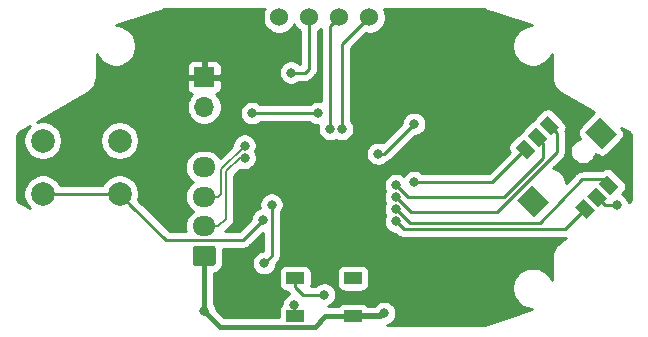
<source format=gbr>
G04 #@! TF.GenerationSoftware,KiCad,Pcbnew,(5.1.5)-3*
G04 #@! TF.CreationDate,2020-07-01T01:16:44-04:00*
G04 #@! TF.ProjectId,V0_Micro_Display,56305f4d-6963-4726-9f5f-446973706c61,rev?*
G04 #@! TF.SameCoordinates,Original*
G04 #@! TF.FileFunction,Copper,L1,Top*
G04 #@! TF.FilePolarity,Positive*
%FSLAX46Y46*%
G04 Gerber Fmt 4.6, Leading zero omitted, Abs format (unit mm)*
G04 Created by KiCad (PCBNEW (5.1.5)-3) date 2020-07-01 01:16:44*
%MOMM*%
%LPD*%
G04 APERTURE LIST*
%ADD10C,1.524000*%
%ADD11O,1.700000X1.700000*%
%ADD12R,1.700000X1.700000*%
%ADD13C,0.100000*%
%ADD14C,2.000000*%
%ADD15O,1.950000X1.700000*%
%ADD16R,1.500000X1.000000*%
%ADD17C,0.800000*%
%ADD18C,0.250000*%
%ADD19C,0.500000*%
%ADD20C,0.400000*%
%ADD21C,0.200000*%
%ADD22C,0.254000*%
G04 APERTURE END LIST*
D10*
X3810000Y12700000D03*
X1270000Y12700000D03*
X-1270000Y12700000D03*
X-3810000Y12700000D03*
D11*
X-10160000Y5080000D03*
D12*
X-10160000Y7620000D03*
G04 #@! TA.AperFunction,SMDPad,CuDef*
D13*
G36*
X18222870Y3659278D02*
G01*
X18929976Y4366384D01*
X19884570Y3411790D01*
X19177464Y2704684D01*
X18222870Y3659278D01*
G37*
G04 #@! TD.AperFunction*
G04 #@! TA.AperFunction,SMDPad,CuDef*
G36*
X16207616Y1644024D02*
G01*
X16914722Y2351130D01*
X17869316Y1396536D01*
X17162210Y689430D01*
X16207616Y1644024D01*
G37*
G04 #@! TD.AperFunction*
G04 #@! TA.AperFunction,SMDPad,CuDef*
G36*
X17215243Y2651651D02*
G01*
X17922349Y3358757D01*
X18876943Y2404163D01*
X18169837Y1697057D01*
X17215243Y2651651D01*
G37*
G04 #@! TD.AperFunction*
G04 #@! TA.AperFunction,SMDPad,CuDef*
G36*
X23932757Y-2651651D02*
G01*
X23225651Y-3358757D01*
X22271057Y-2404163D01*
X22978163Y-1697057D01*
X23932757Y-2651651D01*
G37*
G04 #@! TD.AperFunction*
G04 #@! TA.AperFunction,SMDPad,CuDef*
G36*
X24940384Y-1644024D02*
G01*
X24233278Y-2351130D01*
X23278684Y-1396536D01*
X23985790Y-689430D01*
X24940384Y-1644024D01*
G37*
G04 #@! TD.AperFunction*
G04 #@! TA.AperFunction,SMDPad,CuDef*
G36*
X22925130Y-3659278D02*
G01*
X22218024Y-4366384D01*
X21263430Y-3411790D01*
X21970536Y-2704684D01*
X22925130Y-3659278D01*
G37*
G04 #@! TD.AperFunction*
G04 #@! TA.AperFunction,SMDPad,CuDef*
G36*
X22094279Y2934493D02*
G01*
X23367071Y4207285D01*
X24781285Y2793071D01*
X23508493Y1520279D01*
X22094279Y2934493D01*
G37*
G04 #@! TD.AperFunction*
G04 #@! TA.AperFunction,SMDPad,CuDef*
G36*
X19053721Y-2934493D02*
G01*
X17780929Y-4207285D01*
X16366715Y-2793071D01*
X17639507Y-1520279D01*
X19053721Y-2934493D01*
G37*
G04 #@! TD.AperFunction*
D14*
X-23820000Y-2250000D03*
X-23820000Y2250000D03*
X-17320000Y-2250000D03*
X-17320000Y2250000D03*
D15*
X-10160000Y0D03*
X-10160000Y-2500000D03*
X-10160000Y-5000000D03*
G04 #@! TA.AperFunction,ComponentPad*
D13*
G36*
X-9410496Y-6651204D02*
G01*
X-9386227Y-6654804D01*
X-9362429Y-6660765D01*
X-9339329Y-6669030D01*
X-9317151Y-6679520D01*
X-9296107Y-6692133D01*
X-9276402Y-6706747D01*
X-9258223Y-6723223D01*
X-9241747Y-6741402D01*
X-9227133Y-6761107D01*
X-9214520Y-6782151D01*
X-9204030Y-6804329D01*
X-9195765Y-6827429D01*
X-9189804Y-6851227D01*
X-9186204Y-6875496D01*
X-9185000Y-6900000D01*
X-9185000Y-8100000D01*
X-9186204Y-8124504D01*
X-9189804Y-8148773D01*
X-9195765Y-8172571D01*
X-9204030Y-8195671D01*
X-9214520Y-8217849D01*
X-9227133Y-8238893D01*
X-9241747Y-8258598D01*
X-9258223Y-8276777D01*
X-9276402Y-8293253D01*
X-9296107Y-8307867D01*
X-9317151Y-8320480D01*
X-9339329Y-8330970D01*
X-9362429Y-8339235D01*
X-9386227Y-8345196D01*
X-9410496Y-8348796D01*
X-9435000Y-8350000D01*
X-10885000Y-8350000D01*
X-10909504Y-8348796D01*
X-10933773Y-8345196D01*
X-10957571Y-8339235D01*
X-10980671Y-8330970D01*
X-11002849Y-8320480D01*
X-11023893Y-8307867D01*
X-11043598Y-8293253D01*
X-11061777Y-8276777D01*
X-11078253Y-8258598D01*
X-11092867Y-8238893D01*
X-11105480Y-8217849D01*
X-11115970Y-8195671D01*
X-11124235Y-8172571D01*
X-11130196Y-8148773D01*
X-11133796Y-8124504D01*
X-11135000Y-8100000D01*
X-11135000Y-6900000D01*
X-11133796Y-6875496D01*
X-11130196Y-6851227D01*
X-11124235Y-6827429D01*
X-11115970Y-6804329D01*
X-11105480Y-6782151D01*
X-11092867Y-6761107D01*
X-11078253Y-6741402D01*
X-11061777Y-6723223D01*
X-11043598Y-6706747D01*
X-11023893Y-6692133D01*
X-11002849Y-6679520D01*
X-10980671Y-6669030D01*
X-10957571Y-6660765D01*
X-10933773Y-6654804D01*
X-10909504Y-6651204D01*
X-10885000Y-6650000D01*
X-9435000Y-6650000D01*
X-9410496Y-6651204D01*
G37*
G04 #@! TD.AperFunction*
D16*
X-2450000Y-9400000D03*
X-2450000Y-12600000D03*
X2450000Y-9400000D03*
X2450000Y-12600000D03*
D17*
X24765000Y-3175000D03*
X0Y-10795000D03*
X5080000Y-12362000D03*
X-10160000Y-12192000D03*
X-1380000Y395000D03*
X12380000Y-6690000D03*
X11110000Y-6690000D03*
X9840000Y-6690000D03*
X-5600000Y8000000D03*
X1270000Y0D03*
X5588000Y9264000D03*
X-2540000Y-11684000D03*
X1500000Y3250000D03*
X500000Y3250000D03*
X-2800000Y8000000D03*
X7620000Y3676000D03*
X4572000Y1136000D03*
X-508000Y4572000D03*
X-6096000Y4572000D03*
X-6731000Y1825000D03*
X-6731000Y775000D03*
X-5170000Y-4445000D03*
X6082041Y-4585959D03*
X7620000Y-1270000D03*
X6086694Y-3565306D03*
X6091347Y-2544653D03*
X-4445000Y-3175000D03*
X-5080000Y-8128000D03*
X6096000Y-1524000D03*
D18*
X23101907Y-2527907D02*
X23749000Y-3175000D01*
X23749000Y-3175000D02*
X24765000Y-3175000D01*
X-1805000Y-10795000D02*
X0Y-10795000D01*
X-2450000Y-9400000D02*
X-2450000Y-10150000D01*
X-2450000Y-10150000D02*
X-1805000Y-10795000D01*
D19*
X4842000Y-12600000D02*
X5080000Y-12362000D01*
X2450000Y-12600000D02*
X4842000Y-12600000D01*
D20*
X100000Y-12600000D02*
X2450000Y-12600000D01*
X-800001Y-13500001D02*
X100000Y-12600000D01*
X-8851999Y-13500001D02*
X-800001Y-13500001D01*
X-10160000Y-7500000D02*
X-10160000Y-12192000D01*
X-10160000Y-12192000D02*
X-10160000Y-12192000D01*
X-10160000Y-12192000D02*
X-8851999Y-13500001D01*
D18*
X-2540000Y-12510000D02*
X-2450000Y-12600000D01*
X-2540000Y-11684000D02*
X-2540000Y-12510000D01*
X1500000Y10390000D02*
X3810000Y12700000D01*
X1500000Y3250000D02*
X1500000Y10390000D01*
X500000Y11930000D02*
X1270000Y12700000D01*
X500000Y3250000D02*
X500000Y11930000D01*
X-2800000Y8000000D02*
X-1600000Y8000000D01*
X-1270000Y8330000D02*
X-1270000Y12700000D01*
X-1600000Y8000000D02*
X-1270000Y8330000D01*
X7620000Y3676000D02*
X5080000Y1136000D01*
X5080000Y1136000D02*
X4572000Y1136000D01*
X-508000Y4572000D02*
X-6096000Y4572000D01*
D21*
X-8734000Y-2249000D02*
X-8985000Y-2500000D01*
X-8734000Y-178000D02*
X-8734000Y-2249000D01*
X-8985000Y-2500000D02*
X-10160000Y-2500000D01*
X-6731000Y1825000D02*
X-8734000Y-178000D01*
X-7144603Y775000D02*
X-8284000Y-364397D01*
X-6731000Y775000D02*
X-7144603Y775000D01*
X-8985000Y-5000000D02*
X-10160000Y-5000000D01*
X-8333990Y-459990D02*
X-8333990Y-4348990D01*
X-8284000Y-410000D02*
X-8333990Y-459990D01*
X-8333990Y-4348990D02*
X-8985000Y-5000000D01*
X-8284000Y-364397D02*
X-8284000Y-410000D01*
D18*
X-13394990Y-6175010D02*
X-16320001Y-3249999D01*
X-6900010Y-6175010D02*
X-13394990Y-6175010D01*
X-16320001Y-3249999D02*
X-17320000Y-2250000D01*
X-5170000Y-4445000D02*
X-6900010Y-6175010D01*
X-22405787Y-2250000D02*
X-17320000Y-2250000D01*
X-23820000Y-2250000D02*
X-22405787Y-2250000D01*
X20379814Y-5250000D02*
X22094280Y-3535534D01*
X6082041Y-4585959D02*
X6746082Y-5250000D01*
X6746082Y-5250000D02*
X20379814Y-5250000D01*
X14248186Y-1270000D02*
X17038466Y1520280D01*
X7620000Y-1270000D02*
X14248186Y-1270000D01*
X21815607Y-1042983D02*
X23632237Y-1042983D01*
X18288000Y-4742000D02*
X21815607Y-1042983D01*
X6086694Y-3565306D02*
X7263388Y-4742000D01*
X7263388Y-4742000D02*
X18288000Y-4742000D01*
X19685000Y2904254D02*
X19053720Y3535534D01*
X19685000Y1270000D02*
X19685000Y2904254D01*
X14605000Y-3810000D02*
X19685000Y1270000D01*
X6091347Y-2544653D02*
X7356694Y-3810000D01*
X7356694Y-3810000D02*
X14605000Y-3810000D01*
X-4445000Y-3740685D02*
X-4445000Y-3175000D01*
X-4444999Y-7492999D02*
X-4445000Y-3740685D01*
X-5080000Y-8128000D02*
X-4444999Y-7492999D01*
X18523390Y2050610D02*
X18046093Y2527907D01*
X15238590Y-2540000D02*
X18523390Y744800D01*
X18523390Y744800D02*
X18523390Y2050610D01*
X6096000Y-1524000D02*
X7112000Y-2540000D01*
X7112000Y-2540000D02*
X15238590Y-2540000D01*
D22*
G36*
X-5048005Y13361727D02*
G01*
X-5153314Y13107490D01*
X-5207000Y12837592D01*
X-5207000Y12562408D01*
X-5153314Y12292510D01*
X-5048005Y12038273D01*
X-4895120Y11809465D01*
X-4700535Y11614880D01*
X-4471727Y11461995D01*
X-4217490Y11356686D01*
X-3947592Y11303000D01*
X-3672408Y11303000D01*
X-3402510Y11356686D01*
X-3148273Y11461995D01*
X-2919465Y11614880D01*
X-2724880Y11809465D01*
X-2571995Y12038273D01*
X-2540000Y12115515D01*
X-2508005Y12038273D01*
X-2355120Y11809465D01*
X-2160535Y11614880D01*
X-2029999Y11527659D01*
X-2030000Y8760000D01*
X-2096289Y8760000D01*
X-2140226Y8803937D01*
X-2309744Y8917205D01*
X-2498102Y8995226D01*
X-2698061Y9035000D01*
X-2901939Y9035000D01*
X-3101898Y8995226D01*
X-3290256Y8917205D01*
X-3459774Y8803937D01*
X-3603937Y8659774D01*
X-3717205Y8490256D01*
X-3795226Y8301898D01*
X-3835000Y8101939D01*
X-3835000Y7898061D01*
X-3795226Y7698102D01*
X-3717205Y7509744D01*
X-3603937Y7340226D01*
X-3459774Y7196063D01*
X-3290256Y7082795D01*
X-3101898Y7004774D01*
X-2901939Y6965000D01*
X-2698061Y6965000D01*
X-2498102Y7004774D01*
X-2309744Y7082795D01*
X-2140226Y7196063D01*
X-2096289Y7240000D01*
X-1637322Y7240000D01*
X-1600000Y7236324D01*
X-1562678Y7240000D01*
X-1562667Y7240000D01*
X-1451014Y7250997D01*
X-1307753Y7294454D01*
X-1175724Y7365026D01*
X-1059999Y7459999D01*
X-1036197Y7489002D01*
X-758997Y7766201D01*
X-729999Y7789999D01*
X-635026Y7905724D01*
X-564454Y8037753D01*
X-520997Y8181014D01*
X-510000Y8292667D01*
X-510000Y8292676D01*
X-506324Y8329999D01*
X-510000Y8367322D01*
X-510000Y11527659D01*
X-379465Y11614880D01*
X-259999Y11734346D01*
X-260000Y5577947D01*
X-406061Y5607000D01*
X-609939Y5607000D01*
X-809898Y5567226D01*
X-998256Y5489205D01*
X-1167774Y5375937D01*
X-1211711Y5332000D01*
X-5392289Y5332000D01*
X-5436226Y5375937D01*
X-5605744Y5489205D01*
X-5794102Y5567226D01*
X-5994061Y5607000D01*
X-6197939Y5607000D01*
X-6397898Y5567226D01*
X-6586256Y5489205D01*
X-6755774Y5375937D01*
X-6899937Y5231774D01*
X-7013205Y5062256D01*
X-7091226Y4873898D01*
X-7131000Y4673939D01*
X-7131000Y4470061D01*
X-7091226Y4270102D01*
X-7013205Y4081744D01*
X-6899937Y3912226D01*
X-6755774Y3768063D01*
X-6586256Y3654795D01*
X-6397898Y3576774D01*
X-6197939Y3537000D01*
X-5994061Y3537000D01*
X-5794102Y3576774D01*
X-5605744Y3654795D01*
X-5436226Y3768063D01*
X-5392289Y3812000D01*
X-1211711Y3812000D01*
X-1167774Y3768063D01*
X-998256Y3654795D01*
X-809898Y3576774D01*
X-609939Y3537000D01*
X-498189Y3537000D01*
X-535000Y3351939D01*
X-535000Y3148061D01*
X-495226Y2948102D01*
X-417205Y2759744D01*
X-303937Y2590226D01*
X-159774Y2446063D01*
X9744Y2332795D01*
X198102Y2254774D01*
X398061Y2215000D01*
X601939Y2215000D01*
X801898Y2254774D01*
X990256Y2332795D01*
X1000000Y2339306D01*
X1009744Y2332795D01*
X1198102Y2254774D01*
X1398061Y2215000D01*
X1601939Y2215000D01*
X1801898Y2254774D01*
X1990256Y2332795D01*
X2159774Y2446063D01*
X2303937Y2590226D01*
X2417205Y2759744D01*
X2495226Y2948102D01*
X2535000Y3148061D01*
X2535000Y3351939D01*
X2495226Y3551898D01*
X2417205Y3740256D01*
X2303937Y3909774D01*
X2260000Y3953711D01*
X2260000Y10075199D01*
X3518430Y11333628D01*
X3672408Y11303000D01*
X3947592Y11303000D01*
X4217490Y11356686D01*
X4471727Y11461995D01*
X4700535Y11614880D01*
X4895120Y11809465D01*
X5048005Y12038273D01*
X5153314Y12292510D01*
X5207000Y12562408D01*
X5207000Y12837592D01*
X5153314Y13107490D01*
X5048005Y13361727D01*
X5046486Y13364000D01*
X13468879Y13364000D01*
X13580706Y13353035D01*
X13635531Y13338450D01*
X17621199Y11997544D01*
X17477882Y11997544D01*
X17140260Y11930387D01*
X16822227Y11798654D01*
X16536005Y11607406D01*
X16292594Y11363995D01*
X16101346Y11077773D01*
X15969613Y10759740D01*
X15902456Y10422118D01*
X15902456Y10077882D01*
X15969613Y9740260D01*
X16101346Y9422227D01*
X16292594Y9136005D01*
X16536005Y8892594D01*
X16822227Y8701346D01*
X17140260Y8569613D01*
X17477882Y8502456D01*
X17822118Y8502456D01*
X18159740Y8569613D01*
X18477773Y8701346D01*
X18763995Y8892594D01*
X19007406Y9136005D01*
X19198654Y9422227D01*
X19267572Y9588610D01*
X19267571Y7633084D01*
X19268660Y7622029D01*
X19270394Y7572371D01*
X19275387Y7534950D01*
X19277494Y7497268D01*
X19278914Y7488502D01*
X19311462Y7296069D01*
X19326564Y7240485D01*
X19340910Y7184612D01*
X19344005Y7176289D01*
X19413309Y6993843D01*
X19438938Y6942214D01*
X19463849Y6890222D01*
X19468502Y6882658D01*
X19571925Y6717149D01*
X19607071Y6671512D01*
X19641624Y6625323D01*
X19647657Y6618808D01*
X19781257Y6476538D01*
X19824597Y6438597D01*
X19867468Y6399996D01*
X19874652Y6394777D01*
X20033341Y6281167D01*
X20033349Y6281162D01*
X20058516Y6263128D01*
X22887328Y4629912D01*
X21643094Y3385678D01*
X21563742Y3288987D01*
X21504777Y3178673D01*
X21468467Y3058975D01*
X21456207Y2934493D01*
X21468467Y2810011D01*
X21504777Y2690313D01*
X21563742Y2579999D01*
X21643094Y2483308D01*
X21704120Y2422282D01*
X21596738Y2400922D01*
X21396610Y2318026D01*
X21216498Y2197680D01*
X21063326Y2044508D01*
X20942980Y1864396D01*
X20860084Y1664268D01*
X20817824Y1451812D01*
X20817824Y1235194D01*
X20860084Y1022738D01*
X20942980Y822610D01*
X21063326Y642498D01*
X21216498Y489326D01*
X21396610Y368980D01*
X21596738Y286084D01*
X21809194Y243824D01*
X22025812Y243824D01*
X22238268Y286084D01*
X22438396Y368980D01*
X22618508Y489326D01*
X22771680Y642498D01*
X22892026Y822610D01*
X22974922Y1022738D01*
X22996282Y1130120D01*
X23057308Y1069094D01*
X23153999Y989742D01*
X23264313Y930777D01*
X23384011Y894467D01*
X23508493Y882207D01*
X23632975Y894467D01*
X23752673Y930777D01*
X23862987Y989742D01*
X23959678Y1069094D01*
X25232470Y2341886D01*
X25311822Y2438577D01*
X25370787Y2548891D01*
X25407097Y2668589D01*
X25419357Y2793071D01*
X25407097Y2917553D01*
X25370787Y3037251D01*
X25311822Y3147565D01*
X25232470Y3244256D01*
X25157495Y3319231D01*
X25797911Y2949487D01*
X25880609Y2890280D01*
X25928835Y2838925D01*
X25966163Y2779188D01*
X25991180Y2713331D01*
X26006282Y2624042D01*
X26006858Y2607552D01*
X26006857Y-2587595D01*
X25996933Y-2688808D01*
X25976573Y-2756242D01*
X25943502Y-2818440D01*
X25898976Y-2873034D01*
X25829198Y-2930760D01*
X25815240Y-2939481D01*
X25777737Y-2961134D01*
X25760226Y-2873102D01*
X25682205Y-2684744D01*
X25568937Y-2515226D01*
X25424774Y-2371063D01*
X25255256Y-2257795D01*
X25236678Y-2250100D01*
X25391569Y-2095209D01*
X25470921Y-1998518D01*
X25529886Y-1888204D01*
X25566196Y-1768506D01*
X25578456Y-1644024D01*
X25566196Y-1519542D01*
X25529886Y-1399844D01*
X25470921Y-1289530D01*
X25391569Y-1192839D01*
X24436975Y-238245D01*
X24340284Y-158893D01*
X24229970Y-99928D01*
X24110272Y-63618D01*
X23985790Y-51358D01*
X23861308Y-63618D01*
X23741610Y-99928D01*
X23631296Y-158893D01*
X23534605Y-238245D01*
X23489867Y-282983D01*
X21843897Y-282983D01*
X21797498Y-279522D01*
X21732184Y-287523D01*
X21666621Y-293980D01*
X21657920Y-296619D01*
X21648902Y-297724D01*
X21586394Y-318316D01*
X21523360Y-337437D01*
X21515341Y-341723D01*
X21506712Y-344566D01*
X21449415Y-376962D01*
X21391331Y-408009D01*
X21384303Y-413776D01*
X21376393Y-418249D01*
X21326504Y-461211D01*
X21275606Y-502982D01*
X21246083Y-538956D01*
X20479454Y-1342836D01*
X20479454Y-1220491D01*
X20431457Y-979196D01*
X20337308Y-751900D01*
X20200625Y-547339D01*
X20026661Y-373375D01*
X19822100Y-236692D01*
X19594804Y-142543D01*
X19388330Y-101472D01*
X20196004Y706202D01*
X20225001Y729999D01*
X20274243Y790000D01*
X20319974Y845723D01*
X20390546Y977753D01*
X20393355Y987014D01*
X20434003Y1121014D01*
X20445000Y1232667D01*
X20445000Y1232677D01*
X20448676Y1270000D01*
X20445000Y1307323D01*
X20445000Y2866929D01*
X20448676Y2904254D01*
X20445000Y2941579D01*
X20445000Y2941587D01*
X20434003Y3053240D01*
X20426377Y3078380D01*
X20474072Y3167610D01*
X20510382Y3287308D01*
X20522642Y3411790D01*
X20510382Y3536272D01*
X20474072Y3655970D01*
X20415107Y3766284D01*
X20335755Y3862975D01*
X19381161Y4817569D01*
X19284470Y4896921D01*
X19174156Y4955886D01*
X19054458Y4992196D01*
X18929976Y5004456D01*
X18805494Y4992196D01*
X18685796Y4955886D01*
X18575482Y4896921D01*
X18478791Y4817569D01*
X17771685Y4110463D01*
X17692333Y4013772D01*
X17648974Y3932653D01*
X17567855Y3889294D01*
X17471164Y3809942D01*
X16764058Y3102836D01*
X16684706Y3006145D01*
X16641347Y2925026D01*
X16560228Y2881667D01*
X16463537Y2802315D01*
X15756431Y2095209D01*
X15677079Y1998518D01*
X15618114Y1888204D01*
X15581804Y1768506D01*
X15569544Y1644024D01*
X15581804Y1519542D01*
X15618114Y1399844D01*
X15677079Y1289530D01*
X15702247Y1258863D01*
X13933385Y-510000D01*
X8323711Y-510000D01*
X8279774Y-466063D01*
X8110256Y-352795D01*
X7921898Y-274774D01*
X7721939Y-235000D01*
X7518061Y-235000D01*
X7318102Y-274774D01*
X7129744Y-352795D01*
X6960226Y-466063D01*
X6816063Y-610226D01*
X6746716Y-714011D01*
X6586256Y-606795D01*
X6397898Y-528774D01*
X6197939Y-489000D01*
X5994061Y-489000D01*
X5794102Y-528774D01*
X5605744Y-606795D01*
X5436226Y-720063D01*
X5292063Y-864226D01*
X5178795Y-1033744D01*
X5100774Y-1222102D01*
X5061000Y-1422061D01*
X5061000Y-1625939D01*
X5100774Y-1825898D01*
X5178795Y-2014256D01*
X5189879Y-2030845D01*
X5174142Y-2054397D01*
X5096121Y-2242755D01*
X5056347Y-2442714D01*
X5056347Y-2646592D01*
X5096121Y-2846551D01*
X5174142Y-3034909D01*
X5185226Y-3051498D01*
X5169489Y-3075050D01*
X5091468Y-3263408D01*
X5051694Y-3463367D01*
X5051694Y-3667245D01*
X5091468Y-3867204D01*
X5169489Y-4055562D01*
X5180573Y-4072151D01*
X5164836Y-4095703D01*
X5086815Y-4284061D01*
X5047041Y-4484020D01*
X5047041Y-4687898D01*
X5086815Y-4887857D01*
X5164836Y-5076215D01*
X5278104Y-5245733D01*
X5422267Y-5389896D01*
X5591785Y-5503164D01*
X5780143Y-5581185D01*
X5980102Y-5620959D01*
X6042239Y-5620959D01*
X6182282Y-5761002D01*
X6206081Y-5790001D01*
X6321806Y-5884974D01*
X6453835Y-5955546D01*
X6597096Y-5999003D01*
X6708749Y-6010000D01*
X6708757Y-6010000D01*
X6746082Y-6013676D01*
X6783407Y-6010000D01*
X20342492Y-6010000D01*
X20379814Y-6013676D01*
X20417136Y-6010000D01*
X20417147Y-6010000D01*
X20513360Y-6000524D01*
X20058516Y-6263128D01*
X20049487Y-6269598D01*
X20007355Y-6295924D01*
X19977448Y-6318955D01*
X19945857Y-6339628D01*
X19938975Y-6345241D01*
X19788597Y-6469644D01*
X19747982Y-6510545D01*
X19706796Y-6550877D01*
X19701135Y-6557719D01*
X19577785Y-6708961D01*
X19545893Y-6756964D01*
X19513319Y-6804537D01*
X19509095Y-6812348D01*
X19417470Y-6984671D01*
X19395506Y-7037961D01*
X19372796Y-7090947D01*
X19370170Y-7099430D01*
X19313761Y-7286266D01*
X19302568Y-7342798D01*
X19290580Y-7399196D01*
X19289651Y-7408027D01*
X19270606Y-7602261D01*
X19270606Y-7602279D01*
X19267572Y-7633083D01*
X19267571Y-9588609D01*
X19198654Y-9422227D01*
X19007406Y-9136005D01*
X18763995Y-8892594D01*
X18477773Y-8701346D01*
X18159740Y-8569613D01*
X17822118Y-8502456D01*
X17477882Y-8502456D01*
X17140260Y-8569613D01*
X16822227Y-8701346D01*
X16536005Y-8892594D01*
X16292594Y-9136005D01*
X16101346Y-9422227D01*
X15969613Y-9740260D01*
X15902456Y-10077882D01*
X15902456Y-10422118D01*
X15969613Y-10759740D01*
X16101346Y-11077773D01*
X16292594Y-11363995D01*
X16536005Y-11607406D01*
X16822227Y-11798654D01*
X17140260Y-11930387D01*
X17477882Y-11997544D01*
X17621199Y-11997544D01*
X13645542Y-13335082D01*
X13536079Y-13360343D01*
X13479482Y-13364000D01*
X5347843Y-13364000D01*
X5381898Y-13357226D01*
X5570256Y-13279205D01*
X5739774Y-13165937D01*
X5883937Y-13021774D01*
X5997205Y-12852256D01*
X6075226Y-12663898D01*
X6115000Y-12463939D01*
X6115000Y-12260061D01*
X6075226Y-12060102D01*
X5997205Y-11871744D01*
X5883937Y-11702226D01*
X5739774Y-11558063D01*
X5570256Y-11444795D01*
X5381898Y-11366774D01*
X5181939Y-11327000D01*
X4978061Y-11327000D01*
X4778102Y-11366774D01*
X4589744Y-11444795D01*
X4420226Y-11558063D01*
X4276063Y-11702226D01*
X4267528Y-11715000D01*
X3705501Y-11715000D01*
X3651185Y-11648815D01*
X3554494Y-11569463D01*
X3444180Y-11510498D01*
X3324482Y-11474188D01*
X3200000Y-11461928D01*
X1700000Y-11461928D01*
X1575518Y-11474188D01*
X1455820Y-11510498D01*
X1345506Y-11569463D01*
X1248815Y-11648815D01*
X1169463Y-11745506D01*
X1159043Y-11765000D01*
X362799Y-11765000D01*
X490256Y-11712205D01*
X659774Y-11598937D01*
X803937Y-11454774D01*
X917205Y-11285256D01*
X995226Y-11096898D01*
X1035000Y-10896939D01*
X1035000Y-10693061D01*
X995226Y-10493102D01*
X917205Y-10304744D01*
X803937Y-10135226D01*
X659774Y-9991063D01*
X490256Y-9877795D01*
X301898Y-9799774D01*
X101939Y-9760000D01*
X-101939Y-9760000D01*
X-301898Y-9799774D01*
X-490256Y-9877795D01*
X-659774Y-9991063D01*
X-703711Y-10035000D01*
X-1077379Y-10035000D01*
X-1074188Y-10024482D01*
X-1061928Y-9900000D01*
X-1061928Y-8900000D01*
X1061928Y-8900000D01*
X1061928Y-9900000D01*
X1074188Y-10024482D01*
X1110498Y-10144180D01*
X1169463Y-10254494D01*
X1248815Y-10351185D01*
X1345506Y-10430537D01*
X1455820Y-10489502D01*
X1575518Y-10525812D01*
X1700000Y-10538072D01*
X3200000Y-10538072D01*
X3324482Y-10525812D01*
X3444180Y-10489502D01*
X3554494Y-10430537D01*
X3651185Y-10351185D01*
X3730537Y-10254494D01*
X3789502Y-10144180D01*
X3825812Y-10024482D01*
X3838072Y-9900000D01*
X3838072Y-8900000D01*
X3825812Y-8775518D01*
X3789502Y-8655820D01*
X3730537Y-8545506D01*
X3651185Y-8448815D01*
X3554494Y-8369463D01*
X3444180Y-8310498D01*
X3324482Y-8274188D01*
X3200000Y-8261928D01*
X1700000Y-8261928D01*
X1575518Y-8274188D01*
X1455820Y-8310498D01*
X1345506Y-8369463D01*
X1248815Y-8448815D01*
X1169463Y-8545506D01*
X1110498Y-8655820D01*
X1074188Y-8775518D01*
X1061928Y-8900000D01*
X-1061928Y-8900000D01*
X-1074188Y-8775518D01*
X-1110498Y-8655820D01*
X-1169463Y-8545506D01*
X-1248815Y-8448815D01*
X-1345506Y-8369463D01*
X-1455820Y-8310498D01*
X-1575518Y-8274188D01*
X-1700000Y-8261928D01*
X-3200000Y-8261928D01*
X-3324482Y-8274188D01*
X-3444180Y-8310498D01*
X-3554494Y-8369463D01*
X-3651185Y-8448815D01*
X-3730537Y-8545506D01*
X-3789502Y-8655820D01*
X-3825812Y-8775518D01*
X-3838072Y-8900000D01*
X-3838072Y-9900000D01*
X-3825812Y-10024482D01*
X-3789502Y-10144180D01*
X-3730537Y-10254494D01*
X-3651185Y-10351185D01*
X-3554494Y-10430537D01*
X-3444180Y-10489502D01*
X-3324482Y-10525812D01*
X-3200000Y-10538072D01*
X-3104326Y-10538072D01*
X-3084974Y-10574276D01*
X-3015670Y-10658722D01*
X-2990000Y-10690001D01*
X-2961002Y-10713799D01*
X-2943812Y-10730989D01*
X-3030256Y-10766795D01*
X-3199774Y-10880063D01*
X-3343937Y-11024226D01*
X-3457205Y-11193744D01*
X-3535226Y-11382102D01*
X-3575000Y-11582061D01*
X-3575000Y-11586292D01*
X-3651185Y-11648815D01*
X-3730537Y-11745506D01*
X-3789502Y-11855820D01*
X-3825812Y-11975518D01*
X-3838072Y-12100000D01*
X-3838072Y-12665001D01*
X-8506130Y-12665001D01*
X-9135908Y-12035225D01*
X-9164774Y-11890102D01*
X-9242795Y-11701744D01*
X-9325000Y-11578715D01*
X-9325000Y-8977238D01*
X-9261746Y-8971008D01*
X-9095150Y-8920472D01*
X-8941614Y-8838405D01*
X-8807038Y-8727962D01*
X-8696595Y-8593386D01*
X-8614528Y-8439850D01*
X-8563992Y-8273254D01*
X-8546928Y-8100000D01*
X-8546928Y-6935010D01*
X-6937332Y-6935010D01*
X-6900010Y-6938686D01*
X-6862688Y-6935010D01*
X-6862677Y-6935010D01*
X-6751024Y-6924013D01*
X-6607763Y-6880556D01*
X-6475734Y-6809984D01*
X-6360009Y-6715011D01*
X-6336206Y-6686007D01*
X-5204999Y-5554801D01*
X-5204998Y-7097587D01*
X-5381898Y-7132774D01*
X-5570256Y-7210795D01*
X-5739774Y-7324063D01*
X-5883937Y-7468226D01*
X-5997205Y-7637744D01*
X-6075226Y-7826102D01*
X-6115000Y-8026061D01*
X-6115000Y-8229939D01*
X-6075226Y-8429898D01*
X-5997205Y-8618256D01*
X-5883937Y-8787774D01*
X-5739774Y-8931937D01*
X-5570256Y-9045205D01*
X-5381898Y-9123226D01*
X-5181939Y-9163000D01*
X-4978061Y-9163000D01*
X-4778102Y-9123226D01*
X-4589744Y-9045205D01*
X-4420226Y-8931937D01*
X-4276063Y-8787774D01*
X-4162795Y-8618256D01*
X-4084774Y-8429898D01*
X-4045000Y-8229939D01*
X-4045000Y-8167802D01*
X-3933991Y-8056793D01*
X-3904998Y-8032999D01*
X-3881204Y-8004006D01*
X-3881200Y-8004002D01*
X-3810025Y-7917276D01*
X-3739453Y-7785246D01*
X-3705518Y-7673375D01*
X-3695996Y-7641984D01*
X-3684999Y-7530331D01*
X-3684999Y-7530323D01*
X-3681323Y-7493000D01*
X-3684999Y-7455677D01*
X-3685001Y-3878712D01*
X-3641063Y-3834774D01*
X-3527795Y-3665256D01*
X-3449774Y-3476898D01*
X-3410000Y-3276939D01*
X-3410000Y-3073061D01*
X-3449774Y-2873102D01*
X-3527795Y-2684744D01*
X-3641063Y-2515226D01*
X-3785226Y-2371063D01*
X-3954744Y-2257795D01*
X-4143102Y-2179774D01*
X-4343061Y-2140000D01*
X-4546939Y-2140000D01*
X-4746898Y-2179774D01*
X-4935256Y-2257795D01*
X-5104774Y-2371063D01*
X-5248937Y-2515226D01*
X-5362205Y-2684744D01*
X-5440226Y-2873102D01*
X-5480000Y-3073061D01*
X-5480000Y-3276939D01*
X-5446621Y-3444746D01*
X-5471898Y-3449774D01*
X-5660256Y-3527795D01*
X-5829774Y-3641063D01*
X-5973937Y-3785226D01*
X-6087205Y-3954744D01*
X-6165226Y-4143102D01*
X-6205000Y-4343061D01*
X-6205000Y-4405198D01*
X-7214811Y-5415010D01*
X-8360564Y-5415010D01*
X-7839797Y-4894244D01*
X-7811752Y-4871228D01*
X-7719903Y-4759310D01*
X-7651653Y-4631623D01*
X-7609625Y-4493075D01*
X-7598990Y-4385095D01*
X-7598990Y-4385088D01*
X-7595435Y-4348991D01*
X-7598990Y-4312894D01*
X-7598990Y-718833D01*
X-7080617Y-200460D01*
X-7032898Y-220226D01*
X-6832939Y-260000D01*
X-6629061Y-260000D01*
X-6429102Y-220226D01*
X-6240744Y-142205D01*
X-6071226Y-28937D01*
X-5927063Y115226D01*
X-5813795Y284744D01*
X-5735774Y473102D01*
X-5696000Y673061D01*
X-5696000Y876939D01*
X-5735774Y1076898D01*
X-5802479Y1237939D01*
X3537000Y1237939D01*
X3537000Y1034061D01*
X3576774Y834102D01*
X3654795Y645744D01*
X3768063Y476226D01*
X3912226Y332063D01*
X4081744Y218795D01*
X4270102Y140774D01*
X4470061Y101000D01*
X4673939Y101000D01*
X4873898Y140774D01*
X5062256Y218795D01*
X5231774Y332063D01*
X5311842Y412131D01*
X5372247Y430454D01*
X5504276Y501026D01*
X5620001Y595999D01*
X5643804Y625003D01*
X7659803Y2641000D01*
X7721939Y2641000D01*
X7921898Y2680774D01*
X8110256Y2758795D01*
X8279774Y2872063D01*
X8423937Y3016226D01*
X8537205Y3185744D01*
X8615226Y3374102D01*
X8655000Y3574061D01*
X8655000Y3777939D01*
X8615226Y3977898D01*
X8537205Y4166256D01*
X8423937Y4335774D01*
X8279774Y4479937D01*
X8110256Y4593205D01*
X7921898Y4671226D01*
X7721939Y4711000D01*
X7518061Y4711000D01*
X7318102Y4671226D01*
X7129744Y4593205D01*
X6960226Y4479937D01*
X6816063Y4335774D01*
X6702795Y4166256D01*
X6624774Y3977898D01*
X6585000Y3777939D01*
X6585000Y3715803D01*
X4963366Y2094167D01*
X4873898Y2131226D01*
X4673939Y2171000D01*
X4470061Y2171000D01*
X4270102Y2131226D01*
X4081744Y2053205D01*
X3912226Y1939937D01*
X3768063Y1795774D01*
X3654795Y1626256D01*
X3576774Y1437898D01*
X3537000Y1237939D01*
X-5802479Y1237939D01*
X-5813795Y1265256D01*
X-5837010Y1300000D01*
X-5813795Y1334744D01*
X-5735774Y1523102D01*
X-5696000Y1723061D01*
X-5696000Y1926939D01*
X-5735774Y2126898D01*
X-5813795Y2315256D01*
X-5927063Y2484774D01*
X-6071226Y2628937D01*
X-6240744Y2742205D01*
X-6429102Y2820226D01*
X-6629061Y2860000D01*
X-6832939Y2860000D01*
X-7032898Y2820226D01*
X-7221256Y2742205D01*
X-7390774Y2628937D01*
X-7534937Y2484774D01*
X-7648205Y2315256D01*
X-7726226Y2126898D01*
X-7766000Y1926939D01*
X-7766000Y1829447D01*
X-8784589Y810857D01*
X-8794294Y829014D01*
X-8979866Y1055134D01*
X-9205986Y1240706D01*
X-9463966Y1378599D01*
X-9743889Y1463513D01*
X-9962050Y1485000D01*
X-10357950Y1485000D01*
X-10576111Y1463513D01*
X-10856034Y1378599D01*
X-11114014Y1240706D01*
X-11340134Y1055134D01*
X-11525706Y829014D01*
X-11663599Y571034D01*
X-11748513Y291111D01*
X-11777185Y0D01*
X-11748513Y-291111D01*
X-11663599Y-571034D01*
X-11525706Y-829014D01*
X-11340134Y-1055134D01*
X-11114014Y-1240706D01*
X-11096626Y-1250000D01*
X-11114014Y-1259294D01*
X-11340134Y-1444866D01*
X-11525706Y-1670986D01*
X-11663599Y-1928966D01*
X-11748513Y-2208889D01*
X-11777185Y-2500000D01*
X-11748513Y-2791111D01*
X-11663599Y-3071034D01*
X-11525706Y-3329014D01*
X-11340134Y-3555134D01*
X-11114014Y-3740706D01*
X-11096626Y-3750000D01*
X-11114014Y-3759294D01*
X-11340134Y-3944866D01*
X-11525706Y-4170986D01*
X-11663599Y-4428966D01*
X-11748513Y-4708889D01*
X-11777185Y-5000000D01*
X-11748513Y-5291111D01*
X-11710929Y-5415010D01*
X-13080188Y-5415010D01*
X-15753823Y-2741376D01*
X-15747832Y-2726912D01*
X-15685000Y-2411033D01*
X-15685000Y-2088967D01*
X-15747832Y-1773088D01*
X-15871082Y-1475537D01*
X-16050013Y-1207748D01*
X-16277748Y-980013D01*
X-16545537Y-801082D01*
X-16843088Y-677832D01*
X-17158967Y-615000D01*
X-17481033Y-615000D01*
X-17796912Y-677832D01*
X-18094463Y-801082D01*
X-18362252Y-980013D01*
X-18589987Y-1207748D01*
X-18768918Y-1475537D01*
X-18774909Y-1490000D01*
X-22365091Y-1490000D01*
X-22371082Y-1475537D01*
X-22550013Y-1207748D01*
X-22777748Y-980013D01*
X-23045537Y-801082D01*
X-23343088Y-677832D01*
X-23658967Y-615000D01*
X-23981033Y-615000D01*
X-24296912Y-677832D01*
X-24594463Y-801082D01*
X-24862252Y-980013D01*
X-25089987Y-1207748D01*
X-25268918Y-1475537D01*
X-25392168Y-1773088D01*
X-25455000Y-2088967D01*
X-25455000Y-2411033D01*
X-25392168Y-2726912D01*
X-25268918Y-3024463D01*
X-25089987Y-3292252D01*
X-24933936Y-3448303D01*
X-25797907Y-2949490D01*
X-25880609Y-2890280D01*
X-25928834Y-2838926D01*
X-25966164Y-2779187D01*
X-25991180Y-2713331D01*
X-26006282Y-2624042D01*
X-26006857Y-2607580D01*
X-26006857Y2587595D01*
X-25996933Y2688808D01*
X-25976573Y2756243D01*
X-25943502Y2818441D01*
X-25898979Y2873032D01*
X-25829195Y2930761D01*
X-25815231Y2939488D01*
X-24933936Y3448303D01*
X-25089987Y3292252D01*
X-25268918Y3024463D01*
X-25392168Y2726912D01*
X-25455000Y2411033D01*
X-25455000Y2088967D01*
X-25392168Y1773088D01*
X-25268918Y1475537D01*
X-25089987Y1207748D01*
X-24862252Y980013D01*
X-24594463Y801082D01*
X-24296912Y677832D01*
X-23981033Y615000D01*
X-23658967Y615000D01*
X-23343088Y677832D01*
X-23045537Y801082D01*
X-22777748Y980013D01*
X-22550013Y1207748D01*
X-22371082Y1475537D01*
X-22247832Y1773088D01*
X-22185000Y2088967D01*
X-22185000Y2411033D01*
X-18955000Y2411033D01*
X-18955000Y2088967D01*
X-18892168Y1773088D01*
X-18768918Y1475537D01*
X-18589987Y1207748D01*
X-18362252Y980013D01*
X-18094463Y801082D01*
X-17796912Y677832D01*
X-17481033Y615000D01*
X-17158967Y615000D01*
X-16843088Y677832D01*
X-16545537Y801082D01*
X-16277748Y980013D01*
X-16050013Y1207748D01*
X-15871082Y1475537D01*
X-15747832Y1773088D01*
X-15685000Y2088967D01*
X-15685000Y2411033D01*
X-15747832Y2726912D01*
X-15871082Y3024463D01*
X-16050013Y3292252D01*
X-16277748Y3519987D01*
X-16545537Y3698918D01*
X-16843088Y3822168D01*
X-17158967Y3885000D01*
X-17481033Y3885000D01*
X-17796912Y3822168D01*
X-18094463Y3698918D01*
X-18362252Y3519987D01*
X-18589987Y3292252D01*
X-18768918Y3024463D01*
X-18892168Y2726912D01*
X-18955000Y2411033D01*
X-22185000Y2411033D01*
X-22247832Y2726912D01*
X-22371082Y3024463D01*
X-22550013Y3292252D01*
X-22777748Y3519987D01*
X-23045537Y3698918D01*
X-23343088Y3822168D01*
X-23658967Y3885000D01*
X-23981033Y3885000D01*
X-24280848Y3825363D01*
X-20058516Y6263127D01*
X-20049481Y6269601D01*
X-20007355Y6295924D01*
X-19977447Y6318956D01*
X-19945857Y6339628D01*
X-19938975Y6345240D01*
X-19788598Y6469644D01*
X-19747985Y6510542D01*
X-19706796Y6550877D01*
X-19701135Y6557719D01*
X-19577785Y6708961D01*
X-19545893Y6756964D01*
X-19536968Y6770000D01*
X-11648072Y6770000D01*
X-11635812Y6645518D01*
X-11599502Y6525820D01*
X-11540537Y6415506D01*
X-11461185Y6318815D01*
X-11364494Y6239463D01*
X-11254180Y6180498D01*
X-11181620Y6158487D01*
X-11313475Y6026632D01*
X-11475990Y5783411D01*
X-11587932Y5513158D01*
X-11645000Y5226260D01*
X-11645000Y4933740D01*
X-11587932Y4646842D01*
X-11475990Y4376589D01*
X-11313475Y4133368D01*
X-11106632Y3926525D01*
X-10863411Y3764010D01*
X-10593158Y3652068D01*
X-10306260Y3595000D01*
X-10013740Y3595000D01*
X-9726842Y3652068D01*
X-9456589Y3764010D01*
X-9213368Y3926525D01*
X-9006525Y4133368D01*
X-8844010Y4376589D01*
X-8732068Y4646842D01*
X-8675000Y4933740D01*
X-8675000Y5226260D01*
X-8732068Y5513158D01*
X-8844010Y5783411D01*
X-9006525Y6026632D01*
X-9138380Y6158487D01*
X-9065820Y6180498D01*
X-8955506Y6239463D01*
X-8858815Y6318815D01*
X-8779463Y6415506D01*
X-8720498Y6525820D01*
X-8684188Y6645518D01*
X-8671928Y6770000D01*
X-8675000Y7334250D01*
X-8833750Y7493000D01*
X-10033000Y7493000D01*
X-10033000Y7473000D01*
X-10287000Y7473000D01*
X-10287000Y7493000D01*
X-11486250Y7493000D01*
X-11645000Y7334250D01*
X-11648072Y6770000D01*
X-19536968Y6770000D01*
X-19513319Y6804537D01*
X-19509095Y6812349D01*
X-19417470Y6984671D01*
X-19395506Y7037961D01*
X-19372796Y7090947D01*
X-19370170Y7099430D01*
X-19313761Y7286266D01*
X-19302569Y7342790D01*
X-19290580Y7399195D01*
X-19289651Y7408027D01*
X-19270606Y7602260D01*
X-19270606Y7602269D01*
X-19267571Y7633083D01*
X-19267571Y8470000D01*
X-11648072Y8470000D01*
X-11645000Y7905750D01*
X-11486250Y7747000D01*
X-10287000Y7747000D01*
X-10287000Y8946250D01*
X-10033000Y8946250D01*
X-10033000Y7747000D01*
X-8833750Y7747000D01*
X-8675000Y7905750D01*
X-8671928Y8470000D01*
X-8684188Y8594482D01*
X-8720498Y8714180D01*
X-8779463Y8824494D01*
X-8858815Y8921185D01*
X-8955506Y9000537D01*
X-9065820Y9059502D01*
X-9185518Y9095812D01*
X-9310000Y9108072D01*
X-9874250Y9105000D01*
X-10033000Y8946250D01*
X-10287000Y8946250D01*
X-10445750Y9105000D01*
X-11010000Y9108072D01*
X-11134482Y9095812D01*
X-11254180Y9059502D01*
X-11364494Y9000537D01*
X-11461185Y8921185D01*
X-11540537Y8824494D01*
X-11599502Y8714180D01*
X-11635812Y8594482D01*
X-11648072Y8470000D01*
X-19267571Y8470000D01*
X-19267571Y9588606D01*
X-19198655Y9422227D01*
X-19007407Y9136005D01*
X-18763995Y8892593D01*
X-18477773Y8701345D01*
X-18159740Y8569612D01*
X-17822118Y8502455D01*
X-17477882Y8502455D01*
X-17140260Y8569612D01*
X-16822227Y8701345D01*
X-16536005Y8892593D01*
X-16292593Y9136005D01*
X-16101345Y9422227D01*
X-15969612Y9740260D01*
X-15902455Y10077882D01*
X-15902455Y10422118D01*
X-15969612Y10759740D01*
X-16101345Y11077773D01*
X-16292593Y11363995D01*
X-16536005Y11607407D01*
X-16822227Y11798655D01*
X-17140260Y11930388D01*
X-17477882Y11997545D01*
X-17621198Y11997545D01*
X-13645533Y13335084D01*
X-13536081Y13360342D01*
X-13479469Y13364000D01*
X-5046486Y13364000D01*
X-5048005Y13361727D01*
G37*
X-5048005Y13361727D02*
X-5153314Y13107490D01*
X-5207000Y12837592D01*
X-5207000Y12562408D01*
X-5153314Y12292510D01*
X-5048005Y12038273D01*
X-4895120Y11809465D01*
X-4700535Y11614880D01*
X-4471727Y11461995D01*
X-4217490Y11356686D01*
X-3947592Y11303000D01*
X-3672408Y11303000D01*
X-3402510Y11356686D01*
X-3148273Y11461995D01*
X-2919465Y11614880D01*
X-2724880Y11809465D01*
X-2571995Y12038273D01*
X-2540000Y12115515D01*
X-2508005Y12038273D01*
X-2355120Y11809465D01*
X-2160535Y11614880D01*
X-2029999Y11527659D01*
X-2030000Y8760000D01*
X-2096289Y8760000D01*
X-2140226Y8803937D01*
X-2309744Y8917205D01*
X-2498102Y8995226D01*
X-2698061Y9035000D01*
X-2901939Y9035000D01*
X-3101898Y8995226D01*
X-3290256Y8917205D01*
X-3459774Y8803937D01*
X-3603937Y8659774D01*
X-3717205Y8490256D01*
X-3795226Y8301898D01*
X-3835000Y8101939D01*
X-3835000Y7898061D01*
X-3795226Y7698102D01*
X-3717205Y7509744D01*
X-3603937Y7340226D01*
X-3459774Y7196063D01*
X-3290256Y7082795D01*
X-3101898Y7004774D01*
X-2901939Y6965000D01*
X-2698061Y6965000D01*
X-2498102Y7004774D01*
X-2309744Y7082795D01*
X-2140226Y7196063D01*
X-2096289Y7240000D01*
X-1637322Y7240000D01*
X-1600000Y7236324D01*
X-1562678Y7240000D01*
X-1562667Y7240000D01*
X-1451014Y7250997D01*
X-1307753Y7294454D01*
X-1175724Y7365026D01*
X-1059999Y7459999D01*
X-1036197Y7489002D01*
X-758997Y7766201D01*
X-729999Y7789999D01*
X-635026Y7905724D01*
X-564454Y8037753D01*
X-520997Y8181014D01*
X-510000Y8292667D01*
X-510000Y8292676D01*
X-506324Y8329999D01*
X-510000Y8367322D01*
X-510000Y11527659D01*
X-379465Y11614880D01*
X-259999Y11734346D01*
X-260000Y5577947D01*
X-406061Y5607000D01*
X-609939Y5607000D01*
X-809898Y5567226D01*
X-998256Y5489205D01*
X-1167774Y5375937D01*
X-1211711Y5332000D01*
X-5392289Y5332000D01*
X-5436226Y5375937D01*
X-5605744Y5489205D01*
X-5794102Y5567226D01*
X-5994061Y5607000D01*
X-6197939Y5607000D01*
X-6397898Y5567226D01*
X-6586256Y5489205D01*
X-6755774Y5375937D01*
X-6899937Y5231774D01*
X-7013205Y5062256D01*
X-7091226Y4873898D01*
X-7131000Y4673939D01*
X-7131000Y4470061D01*
X-7091226Y4270102D01*
X-7013205Y4081744D01*
X-6899937Y3912226D01*
X-6755774Y3768063D01*
X-6586256Y3654795D01*
X-6397898Y3576774D01*
X-6197939Y3537000D01*
X-5994061Y3537000D01*
X-5794102Y3576774D01*
X-5605744Y3654795D01*
X-5436226Y3768063D01*
X-5392289Y3812000D01*
X-1211711Y3812000D01*
X-1167774Y3768063D01*
X-998256Y3654795D01*
X-809898Y3576774D01*
X-609939Y3537000D01*
X-498189Y3537000D01*
X-535000Y3351939D01*
X-535000Y3148061D01*
X-495226Y2948102D01*
X-417205Y2759744D01*
X-303937Y2590226D01*
X-159774Y2446063D01*
X9744Y2332795D01*
X198102Y2254774D01*
X398061Y2215000D01*
X601939Y2215000D01*
X801898Y2254774D01*
X990256Y2332795D01*
X1000000Y2339306D01*
X1009744Y2332795D01*
X1198102Y2254774D01*
X1398061Y2215000D01*
X1601939Y2215000D01*
X1801898Y2254774D01*
X1990256Y2332795D01*
X2159774Y2446063D01*
X2303937Y2590226D01*
X2417205Y2759744D01*
X2495226Y2948102D01*
X2535000Y3148061D01*
X2535000Y3351939D01*
X2495226Y3551898D01*
X2417205Y3740256D01*
X2303937Y3909774D01*
X2260000Y3953711D01*
X2260000Y10075199D01*
X3518430Y11333628D01*
X3672408Y11303000D01*
X3947592Y11303000D01*
X4217490Y11356686D01*
X4471727Y11461995D01*
X4700535Y11614880D01*
X4895120Y11809465D01*
X5048005Y12038273D01*
X5153314Y12292510D01*
X5207000Y12562408D01*
X5207000Y12837592D01*
X5153314Y13107490D01*
X5048005Y13361727D01*
X5046486Y13364000D01*
X13468879Y13364000D01*
X13580706Y13353035D01*
X13635531Y13338450D01*
X17621199Y11997544D01*
X17477882Y11997544D01*
X17140260Y11930387D01*
X16822227Y11798654D01*
X16536005Y11607406D01*
X16292594Y11363995D01*
X16101346Y11077773D01*
X15969613Y10759740D01*
X15902456Y10422118D01*
X15902456Y10077882D01*
X15969613Y9740260D01*
X16101346Y9422227D01*
X16292594Y9136005D01*
X16536005Y8892594D01*
X16822227Y8701346D01*
X17140260Y8569613D01*
X17477882Y8502456D01*
X17822118Y8502456D01*
X18159740Y8569613D01*
X18477773Y8701346D01*
X18763995Y8892594D01*
X19007406Y9136005D01*
X19198654Y9422227D01*
X19267572Y9588610D01*
X19267571Y7633084D01*
X19268660Y7622029D01*
X19270394Y7572371D01*
X19275387Y7534950D01*
X19277494Y7497268D01*
X19278914Y7488502D01*
X19311462Y7296069D01*
X19326564Y7240485D01*
X19340910Y7184612D01*
X19344005Y7176289D01*
X19413309Y6993843D01*
X19438938Y6942214D01*
X19463849Y6890222D01*
X19468502Y6882658D01*
X19571925Y6717149D01*
X19607071Y6671512D01*
X19641624Y6625323D01*
X19647657Y6618808D01*
X19781257Y6476538D01*
X19824597Y6438597D01*
X19867468Y6399996D01*
X19874652Y6394777D01*
X20033341Y6281167D01*
X20033349Y6281162D01*
X20058516Y6263128D01*
X22887328Y4629912D01*
X21643094Y3385678D01*
X21563742Y3288987D01*
X21504777Y3178673D01*
X21468467Y3058975D01*
X21456207Y2934493D01*
X21468467Y2810011D01*
X21504777Y2690313D01*
X21563742Y2579999D01*
X21643094Y2483308D01*
X21704120Y2422282D01*
X21596738Y2400922D01*
X21396610Y2318026D01*
X21216498Y2197680D01*
X21063326Y2044508D01*
X20942980Y1864396D01*
X20860084Y1664268D01*
X20817824Y1451812D01*
X20817824Y1235194D01*
X20860084Y1022738D01*
X20942980Y822610D01*
X21063326Y642498D01*
X21216498Y489326D01*
X21396610Y368980D01*
X21596738Y286084D01*
X21809194Y243824D01*
X22025812Y243824D01*
X22238268Y286084D01*
X22438396Y368980D01*
X22618508Y489326D01*
X22771680Y642498D01*
X22892026Y822610D01*
X22974922Y1022738D01*
X22996282Y1130120D01*
X23057308Y1069094D01*
X23153999Y989742D01*
X23264313Y930777D01*
X23384011Y894467D01*
X23508493Y882207D01*
X23632975Y894467D01*
X23752673Y930777D01*
X23862987Y989742D01*
X23959678Y1069094D01*
X25232470Y2341886D01*
X25311822Y2438577D01*
X25370787Y2548891D01*
X25407097Y2668589D01*
X25419357Y2793071D01*
X25407097Y2917553D01*
X25370787Y3037251D01*
X25311822Y3147565D01*
X25232470Y3244256D01*
X25157495Y3319231D01*
X25797911Y2949487D01*
X25880609Y2890280D01*
X25928835Y2838925D01*
X25966163Y2779188D01*
X25991180Y2713331D01*
X26006282Y2624042D01*
X26006858Y2607552D01*
X26006857Y-2587595D01*
X25996933Y-2688808D01*
X25976573Y-2756242D01*
X25943502Y-2818440D01*
X25898976Y-2873034D01*
X25829198Y-2930760D01*
X25815240Y-2939481D01*
X25777737Y-2961134D01*
X25760226Y-2873102D01*
X25682205Y-2684744D01*
X25568937Y-2515226D01*
X25424774Y-2371063D01*
X25255256Y-2257795D01*
X25236678Y-2250100D01*
X25391569Y-2095209D01*
X25470921Y-1998518D01*
X25529886Y-1888204D01*
X25566196Y-1768506D01*
X25578456Y-1644024D01*
X25566196Y-1519542D01*
X25529886Y-1399844D01*
X25470921Y-1289530D01*
X25391569Y-1192839D01*
X24436975Y-238245D01*
X24340284Y-158893D01*
X24229970Y-99928D01*
X24110272Y-63618D01*
X23985790Y-51358D01*
X23861308Y-63618D01*
X23741610Y-99928D01*
X23631296Y-158893D01*
X23534605Y-238245D01*
X23489867Y-282983D01*
X21843897Y-282983D01*
X21797498Y-279522D01*
X21732184Y-287523D01*
X21666621Y-293980D01*
X21657920Y-296619D01*
X21648902Y-297724D01*
X21586394Y-318316D01*
X21523360Y-337437D01*
X21515341Y-341723D01*
X21506712Y-344566D01*
X21449415Y-376962D01*
X21391331Y-408009D01*
X21384303Y-413776D01*
X21376393Y-418249D01*
X21326504Y-461211D01*
X21275606Y-502982D01*
X21246083Y-538956D01*
X20479454Y-1342836D01*
X20479454Y-1220491D01*
X20431457Y-979196D01*
X20337308Y-751900D01*
X20200625Y-547339D01*
X20026661Y-373375D01*
X19822100Y-236692D01*
X19594804Y-142543D01*
X19388330Y-101472D01*
X20196004Y706202D01*
X20225001Y729999D01*
X20274243Y790000D01*
X20319974Y845723D01*
X20390546Y977753D01*
X20393355Y987014D01*
X20434003Y1121014D01*
X20445000Y1232667D01*
X20445000Y1232677D01*
X20448676Y1270000D01*
X20445000Y1307323D01*
X20445000Y2866929D01*
X20448676Y2904254D01*
X20445000Y2941579D01*
X20445000Y2941587D01*
X20434003Y3053240D01*
X20426377Y3078380D01*
X20474072Y3167610D01*
X20510382Y3287308D01*
X20522642Y3411790D01*
X20510382Y3536272D01*
X20474072Y3655970D01*
X20415107Y3766284D01*
X20335755Y3862975D01*
X19381161Y4817569D01*
X19284470Y4896921D01*
X19174156Y4955886D01*
X19054458Y4992196D01*
X18929976Y5004456D01*
X18805494Y4992196D01*
X18685796Y4955886D01*
X18575482Y4896921D01*
X18478791Y4817569D01*
X17771685Y4110463D01*
X17692333Y4013772D01*
X17648974Y3932653D01*
X17567855Y3889294D01*
X17471164Y3809942D01*
X16764058Y3102836D01*
X16684706Y3006145D01*
X16641347Y2925026D01*
X16560228Y2881667D01*
X16463537Y2802315D01*
X15756431Y2095209D01*
X15677079Y1998518D01*
X15618114Y1888204D01*
X15581804Y1768506D01*
X15569544Y1644024D01*
X15581804Y1519542D01*
X15618114Y1399844D01*
X15677079Y1289530D01*
X15702247Y1258863D01*
X13933385Y-510000D01*
X8323711Y-510000D01*
X8279774Y-466063D01*
X8110256Y-352795D01*
X7921898Y-274774D01*
X7721939Y-235000D01*
X7518061Y-235000D01*
X7318102Y-274774D01*
X7129744Y-352795D01*
X6960226Y-466063D01*
X6816063Y-610226D01*
X6746716Y-714011D01*
X6586256Y-606795D01*
X6397898Y-528774D01*
X6197939Y-489000D01*
X5994061Y-489000D01*
X5794102Y-528774D01*
X5605744Y-606795D01*
X5436226Y-720063D01*
X5292063Y-864226D01*
X5178795Y-1033744D01*
X5100774Y-1222102D01*
X5061000Y-1422061D01*
X5061000Y-1625939D01*
X5100774Y-1825898D01*
X5178795Y-2014256D01*
X5189879Y-2030845D01*
X5174142Y-2054397D01*
X5096121Y-2242755D01*
X5056347Y-2442714D01*
X5056347Y-2646592D01*
X5096121Y-2846551D01*
X5174142Y-3034909D01*
X5185226Y-3051498D01*
X5169489Y-3075050D01*
X5091468Y-3263408D01*
X5051694Y-3463367D01*
X5051694Y-3667245D01*
X5091468Y-3867204D01*
X5169489Y-4055562D01*
X5180573Y-4072151D01*
X5164836Y-4095703D01*
X5086815Y-4284061D01*
X5047041Y-4484020D01*
X5047041Y-4687898D01*
X5086815Y-4887857D01*
X5164836Y-5076215D01*
X5278104Y-5245733D01*
X5422267Y-5389896D01*
X5591785Y-5503164D01*
X5780143Y-5581185D01*
X5980102Y-5620959D01*
X6042239Y-5620959D01*
X6182282Y-5761002D01*
X6206081Y-5790001D01*
X6321806Y-5884974D01*
X6453835Y-5955546D01*
X6597096Y-5999003D01*
X6708749Y-6010000D01*
X6708757Y-6010000D01*
X6746082Y-6013676D01*
X6783407Y-6010000D01*
X20342492Y-6010000D01*
X20379814Y-6013676D01*
X20417136Y-6010000D01*
X20417147Y-6010000D01*
X20513360Y-6000524D01*
X20058516Y-6263128D01*
X20049487Y-6269598D01*
X20007355Y-6295924D01*
X19977448Y-6318955D01*
X19945857Y-6339628D01*
X19938975Y-6345241D01*
X19788597Y-6469644D01*
X19747982Y-6510545D01*
X19706796Y-6550877D01*
X19701135Y-6557719D01*
X19577785Y-6708961D01*
X19545893Y-6756964D01*
X19513319Y-6804537D01*
X19509095Y-6812348D01*
X19417470Y-6984671D01*
X19395506Y-7037961D01*
X19372796Y-7090947D01*
X19370170Y-7099430D01*
X19313761Y-7286266D01*
X19302568Y-7342798D01*
X19290580Y-7399196D01*
X19289651Y-7408027D01*
X19270606Y-7602261D01*
X19270606Y-7602279D01*
X19267572Y-7633083D01*
X19267571Y-9588609D01*
X19198654Y-9422227D01*
X19007406Y-9136005D01*
X18763995Y-8892594D01*
X18477773Y-8701346D01*
X18159740Y-8569613D01*
X17822118Y-8502456D01*
X17477882Y-8502456D01*
X17140260Y-8569613D01*
X16822227Y-8701346D01*
X16536005Y-8892594D01*
X16292594Y-9136005D01*
X16101346Y-9422227D01*
X15969613Y-9740260D01*
X15902456Y-10077882D01*
X15902456Y-10422118D01*
X15969613Y-10759740D01*
X16101346Y-11077773D01*
X16292594Y-11363995D01*
X16536005Y-11607406D01*
X16822227Y-11798654D01*
X17140260Y-11930387D01*
X17477882Y-11997544D01*
X17621199Y-11997544D01*
X13645542Y-13335082D01*
X13536079Y-13360343D01*
X13479482Y-13364000D01*
X5347843Y-13364000D01*
X5381898Y-13357226D01*
X5570256Y-13279205D01*
X5739774Y-13165937D01*
X5883937Y-13021774D01*
X5997205Y-12852256D01*
X6075226Y-12663898D01*
X6115000Y-12463939D01*
X6115000Y-12260061D01*
X6075226Y-12060102D01*
X5997205Y-11871744D01*
X5883937Y-11702226D01*
X5739774Y-11558063D01*
X5570256Y-11444795D01*
X5381898Y-11366774D01*
X5181939Y-11327000D01*
X4978061Y-11327000D01*
X4778102Y-11366774D01*
X4589744Y-11444795D01*
X4420226Y-11558063D01*
X4276063Y-11702226D01*
X4267528Y-11715000D01*
X3705501Y-11715000D01*
X3651185Y-11648815D01*
X3554494Y-11569463D01*
X3444180Y-11510498D01*
X3324482Y-11474188D01*
X3200000Y-11461928D01*
X1700000Y-11461928D01*
X1575518Y-11474188D01*
X1455820Y-11510498D01*
X1345506Y-11569463D01*
X1248815Y-11648815D01*
X1169463Y-11745506D01*
X1159043Y-11765000D01*
X362799Y-11765000D01*
X490256Y-11712205D01*
X659774Y-11598937D01*
X803937Y-11454774D01*
X917205Y-11285256D01*
X995226Y-11096898D01*
X1035000Y-10896939D01*
X1035000Y-10693061D01*
X995226Y-10493102D01*
X917205Y-10304744D01*
X803937Y-10135226D01*
X659774Y-9991063D01*
X490256Y-9877795D01*
X301898Y-9799774D01*
X101939Y-9760000D01*
X-101939Y-9760000D01*
X-301898Y-9799774D01*
X-490256Y-9877795D01*
X-659774Y-9991063D01*
X-703711Y-10035000D01*
X-1077379Y-10035000D01*
X-1074188Y-10024482D01*
X-1061928Y-9900000D01*
X-1061928Y-8900000D01*
X1061928Y-8900000D01*
X1061928Y-9900000D01*
X1074188Y-10024482D01*
X1110498Y-10144180D01*
X1169463Y-10254494D01*
X1248815Y-10351185D01*
X1345506Y-10430537D01*
X1455820Y-10489502D01*
X1575518Y-10525812D01*
X1700000Y-10538072D01*
X3200000Y-10538072D01*
X3324482Y-10525812D01*
X3444180Y-10489502D01*
X3554494Y-10430537D01*
X3651185Y-10351185D01*
X3730537Y-10254494D01*
X3789502Y-10144180D01*
X3825812Y-10024482D01*
X3838072Y-9900000D01*
X3838072Y-8900000D01*
X3825812Y-8775518D01*
X3789502Y-8655820D01*
X3730537Y-8545506D01*
X3651185Y-8448815D01*
X3554494Y-8369463D01*
X3444180Y-8310498D01*
X3324482Y-8274188D01*
X3200000Y-8261928D01*
X1700000Y-8261928D01*
X1575518Y-8274188D01*
X1455820Y-8310498D01*
X1345506Y-8369463D01*
X1248815Y-8448815D01*
X1169463Y-8545506D01*
X1110498Y-8655820D01*
X1074188Y-8775518D01*
X1061928Y-8900000D01*
X-1061928Y-8900000D01*
X-1074188Y-8775518D01*
X-1110498Y-8655820D01*
X-1169463Y-8545506D01*
X-1248815Y-8448815D01*
X-1345506Y-8369463D01*
X-1455820Y-8310498D01*
X-1575518Y-8274188D01*
X-1700000Y-8261928D01*
X-3200000Y-8261928D01*
X-3324482Y-8274188D01*
X-3444180Y-8310498D01*
X-3554494Y-8369463D01*
X-3651185Y-8448815D01*
X-3730537Y-8545506D01*
X-3789502Y-8655820D01*
X-3825812Y-8775518D01*
X-3838072Y-8900000D01*
X-3838072Y-9900000D01*
X-3825812Y-10024482D01*
X-3789502Y-10144180D01*
X-3730537Y-10254494D01*
X-3651185Y-10351185D01*
X-3554494Y-10430537D01*
X-3444180Y-10489502D01*
X-3324482Y-10525812D01*
X-3200000Y-10538072D01*
X-3104326Y-10538072D01*
X-3084974Y-10574276D01*
X-3015670Y-10658722D01*
X-2990000Y-10690001D01*
X-2961002Y-10713799D01*
X-2943812Y-10730989D01*
X-3030256Y-10766795D01*
X-3199774Y-10880063D01*
X-3343937Y-11024226D01*
X-3457205Y-11193744D01*
X-3535226Y-11382102D01*
X-3575000Y-11582061D01*
X-3575000Y-11586292D01*
X-3651185Y-11648815D01*
X-3730537Y-11745506D01*
X-3789502Y-11855820D01*
X-3825812Y-11975518D01*
X-3838072Y-12100000D01*
X-3838072Y-12665001D01*
X-8506130Y-12665001D01*
X-9135908Y-12035225D01*
X-9164774Y-11890102D01*
X-9242795Y-11701744D01*
X-9325000Y-11578715D01*
X-9325000Y-8977238D01*
X-9261746Y-8971008D01*
X-9095150Y-8920472D01*
X-8941614Y-8838405D01*
X-8807038Y-8727962D01*
X-8696595Y-8593386D01*
X-8614528Y-8439850D01*
X-8563992Y-8273254D01*
X-8546928Y-8100000D01*
X-8546928Y-6935010D01*
X-6937332Y-6935010D01*
X-6900010Y-6938686D01*
X-6862688Y-6935010D01*
X-6862677Y-6935010D01*
X-6751024Y-6924013D01*
X-6607763Y-6880556D01*
X-6475734Y-6809984D01*
X-6360009Y-6715011D01*
X-6336206Y-6686007D01*
X-5204999Y-5554801D01*
X-5204998Y-7097587D01*
X-5381898Y-7132774D01*
X-5570256Y-7210795D01*
X-5739774Y-7324063D01*
X-5883937Y-7468226D01*
X-5997205Y-7637744D01*
X-6075226Y-7826102D01*
X-6115000Y-8026061D01*
X-6115000Y-8229939D01*
X-6075226Y-8429898D01*
X-5997205Y-8618256D01*
X-5883937Y-8787774D01*
X-5739774Y-8931937D01*
X-5570256Y-9045205D01*
X-5381898Y-9123226D01*
X-5181939Y-9163000D01*
X-4978061Y-9163000D01*
X-4778102Y-9123226D01*
X-4589744Y-9045205D01*
X-4420226Y-8931937D01*
X-4276063Y-8787774D01*
X-4162795Y-8618256D01*
X-4084774Y-8429898D01*
X-4045000Y-8229939D01*
X-4045000Y-8167802D01*
X-3933991Y-8056793D01*
X-3904998Y-8032999D01*
X-3881204Y-8004006D01*
X-3881200Y-8004002D01*
X-3810025Y-7917276D01*
X-3739453Y-7785246D01*
X-3705518Y-7673375D01*
X-3695996Y-7641984D01*
X-3684999Y-7530331D01*
X-3684999Y-7530323D01*
X-3681323Y-7493000D01*
X-3684999Y-7455677D01*
X-3685001Y-3878712D01*
X-3641063Y-3834774D01*
X-3527795Y-3665256D01*
X-3449774Y-3476898D01*
X-3410000Y-3276939D01*
X-3410000Y-3073061D01*
X-3449774Y-2873102D01*
X-3527795Y-2684744D01*
X-3641063Y-2515226D01*
X-3785226Y-2371063D01*
X-3954744Y-2257795D01*
X-4143102Y-2179774D01*
X-4343061Y-2140000D01*
X-4546939Y-2140000D01*
X-4746898Y-2179774D01*
X-4935256Y-2257795D01*
X-5104774Y-2371063D01*
X-5248937Y-2515226D01*
X-5362205Y-2684744D01*
X-5440226Y-2873102D01*
X-5480000Y-3073061D01*
X-5480000Y-3276939D01*
X-5446621Y-3444746D01*
X-5471898Y-3449774D01*
X-5660256Y-3527795D01*
X-5829774Y-3641063D01*
X-5973937Y-3785226D01*
X-6087205Y-3954744D01*
X-6165226Y-4143102D01*
X-6205000Y-4343061D01*
X-6205000Y-4405198D01*
X-7214811Y-5415010D01*
X-8360564Y-5415010D01*
X-7839797Y-4894244D01*
X-7811752Y-4871228D01*
X-7719903Y-4759310D01*
X-7651653Y-4631623D01*
X-7609625Y-4493075D01*
X-7598990Y-4385095D01*
X-7598990Y-4385088D01*
X-7595435Y-4348991D01*
X-7598990Y-4312894D01*
X-7598990Y-718833D01*
X-7080617Y-200460D01*
X-7032898Y-220226D01*
X-6832939Y-260000D01*
X-6629061Y-260000D01*
X-6429102Y-220226D01*
X-6240744Y-142205D01*
X-6071226Y-28937D01*
X-5927063Y115226D01*
X-5813795Y284744D01*
X-5735774Y473102D01*
X-5696000Y673061D01*
X-5696000Y876939D01*
X-5735774Y1076898D01*
X-5802479Y1237939D01*
X3537000Y1237939D01*
X3537000Y1034061D01*
X3576774Y834102D01*
X3654795Y645744D01*
X3768063Y476226D01*
X3912226Y332063D01*
X4081744Y218795D01*
X4270102Y140774D01*
X4470061Y101000D01*
X4673939Y101000D01*
X4873898Y140774D01*
X5062256Y218795D01*
X5231774Y332063D01*
X5311842Y412131D01*
X5372247Y430454D01*
X5504276Y501026D01*
X5620001Y595999D01*
X5643804Y625003D01*
X7659803Y2641000D01*
X7721939Y2641000D01*
X7921898Y2680774D01*
X8110256Y2758795D01*
X8279774Y2872063D01*
X8423937Y3016226D01*
X8537205Y3185744D01*
X8615226Y3374102D01*
X8655000Y3574061D01*
X8655000Y3777939D01*
X8615226Y3977898D01*
X8537205Y4166256D01*
X8423937Y4335774D01*
X8279774Y4479937D01*
X8110256Y4593205D01*
X7921898Y4671226D01*
X7721939Y4711000D01*
X7518061Y4711000D01*
X7318102Y4671226D01*
X7129744Y4593205D01*
X6960226Y4479937D01*
X6816063Y4335774D01*
X6702795Y4166256D01*
X6624774Y3977898D01*
X6585000Y3777939D01*
X6585000Y3715803D01*
X4963366Y2094167D01*
X4873898Y2131226D01*
X4673939Y2171000D01*
X4470061Y2171000D01*
X4270102Y2131226D01*
X4081744Y2053205D01*
X3912226Y1939937D01*
X3768063Y1795774D01*
X3654795Y1626256D01*
X3576774Y1437898D01*
X3537000Y1237939D01*
X-5802479Y1237939D01*
X-5813795Y1265256D01*
X-5837010Y1300000D01*
X-5813795Y1334744D01*
X-5735774Y1523102D01*
X-5696000Y1723061D01*
X-5696000Y1926939D01*
X-5735774Y2126898D01*
X-5813795Y2315256D01*
X-5927063Y2484774D01*
X-6071226Y2628937D01*
X-6240744Y2742205D01*
X-6429102Y2820226D01*
X-6629061Y2860000D01*
X-6832939Y2860000D01*
X-7032898Y2820226D01*
X-7221256Y2742205D01*
X-7390774Y2628937D01*
X-7534937Y2484774D01*
X-7648205Y2315256D01*
X-7726226Y2126898D01*
X-7766000Y1926939D01*
X-7766000Y1829447D01*
X-8784589Y810857D01*
X-8794294Y829014D01*
X-8979866Y1055134D01*
X-9205986Y1240706D01*
X-9463966Y1378599D01*
X-9743889Y1463513D01*
X-9962050Y1485000D01*
X-10357950Y1485000D01*
X-10576111Y1463513D01*
X-10856034Y1378599D01*
X-11114014Y1240706D01*
X-11340134Y1055134D01*
X-11525706Y829014D01*
X-11663599Y571034D01*
X-11748513Y291111D01*
X-11777185Y0D01*
X-11748513Y-291111D01*
X-11663599Y-571034D01*
X-11525706Y-829014D01*
X-11340134Y-1055134D01*
X-11114014Y-1240706D01*
X-11096626Y-1250000D01*
X-11114014Y-1259294D01*
X-11340134Y-1444866D01*
X-11525706Y-1670986D01*
X-11663599Y-1928966D01*
X-11748513Y-2208889D01*
X-11777185Y-2500000D01*
X-11748513Y-2791111D01*
X-11663599Y-3071034D01*
X-11525706Y-3329014D01*
X-11340134Y-3555134D01*
X-11114014Y-3740706D01*
X-11096626Y-3750000D01*
X-11114014Y-3759294D01*
X-11340134Y-3944866D01*
X-11525706Y-4170986D01*
X-11663599Y-4428966D01*
X-11748513Y-4708889D01*
X-11777185Y-5000000D01*
X-11748513Y-5291111D01*
X-11710929Y-5415010D01*
X-13080188Y-5415010D01*
X-15753823Y-2741376D01*
X-15747832Y-2726912D01*
X-15685000Y-2411033D01*
X-15685000Y-2088967D01*
X-15747832Y-1773088D01*
X-15871082Y-1475537D01*
X-16050013Y-1207748D01*
X-16277748Y-980013D01*
X-16545537Y-801082D01*
X-16843088Y-677832D01*
X-17158967Y-615000D01*
X-17481033Y-615000D01*
X-17796912Y-677832D01*
X-18094463Y-801082D01*
X-18362252Y-980013D01*
X-18589987Y-1207748D01*
X-18768918Y-1475537D01*
X-18774909Y-1490000D01*
X-22365091Y-1490000D01*
X-22371082Y-1475537D01*
X-22550013Y-1207748D01*
X-22777748Y-980013D01*
X-23045537Y-801082D01*
X-23343088Y-677832D01*
X-23658967Y-615000D01*
X-23981033Y-615000D01*
X-24296912Y-677832D01*
X-24594463Y-801082D01*
X-24862252Y-980013D01*
X-25089987Y-1207748D01*
X-25268918Y-1475537D01*
X-25392168Y-1773088D01*
X-25455000Y-2088967D01*
X-25455000Y-2411033D01*
X-25392168Y-2726912D01*
X-25268918Y-3024463D01*
X-25089987Y-3292252D01*
X-24933936Y-3448303D01*
X-25797907Y-2949490D01*
X-25880609Y-2890280D01*
X-25928834Y-2838926D01*
X-25966164Y-2779187D01*
X-25991180Y-2713331D01*
X-26006282Y-2624042D01*
X-26006857Y-2607580D01*
X-26006857Y2587595D01*
X-25996933Y2688808D01*
X-25976573Y2756243D01*
X-25943502Y2818441D01*
X-25898979Y2873032D01*
X-25829195Y2930761D01*
X-25815231Y2939488D01*
X-24933936Y3448303D01*
X-25089987Y3292252D01*
X-25268918Y3024463D01*
X-25392168Y2726912D01*
X-25455000Y2411033D01*
X-25455000Y2088967D01*
X-25392168Y1773088D01*
X-25268918Y1475537D01*
X-25089987Y1207748D01*
X-24862252Y980013D01*
X-24594463Y801082D01*
X-24296912Y677832D01*
X-23981033Y615000D01*
X-23658967Y615000D01*
X-23343088Y677832D01*
X-23045537Y801082D01*
X-22777748Y980013D01*
X-22550013Y1207748D01*
X-22371082Y1475537D01*
X-22247832Y1773088D01*
X-22185000Y2088967D01*
X-22185000Y2411033D01*
X-18955000Y2411033D01*
X-18955000Y2088967D01*
X-18892168Y1773088D01*
X-18768918Y1475537D01*
X-18589987Y1207748D01*
X-18362252Y980013D01*
X-18094463Y801082D01*
X-17796912Y677832D01*
X-17481033Y615000D01*
X-17158967Y615000D01*
X-16843088Y677832D01*
X-16545537Y801082D01*
X-16277748Y980013D01*
X-16050013Y1207748D01*
X-15871082Y1475537D01*
X-15747832Y1773088D01*
X-15685000Y2088967D01*
X-15685000Y2411033D01*
X-15747832Y2726912D01*
X-15871082Y3024463D01*
X-16050013Y3292252D01*
X-16277748Y3519987D01*
X-16545537Y3698918D01*
X-16843088Y3822168D01*
X-17158967Y3885000D01*
X-17481033Y3885000D01*
X-17796912Y3822168D01*
X-18094463Y3698918D01*
X-18362252Y3519987D01*
X-18589987Y3292252D01*
X-18768918Y3024463D01*
X-18892168Y2726912D01*
X-18955000Y2411033D01*
X-22185000Y2411033D01*
X-22247832Y2726912D01*
X-22371082Y3024463D01*
X-22550013Y3292252D01*
X-22777748Y3519987D01*
X-23045537Y3698918D01*
X-23343088Y3822168D01*
X-23658967Y3885000D01*
X-23981033Y3885000D01*
X-24280848Y3825363D01*
X-20058516Y6263127D01*
X-20049481Y6269601D01*
X-20007355Y6295924D01*
X-19977447Y6318956D01*
X-19945857Y6339628D01*
X-19938975Y6345240D01*
X-19788598Y6469644D01*
X-19747985Y6510542D01*
X-19706796Y6550877D01*
X-19701135Y6557719D01*
X-19577785Y6708961D01*
X-19545893Y6756964D01*
X-19536968Y6770000D01*
X-11648072Y6770000D01*
X-11635812Y6645518D01*
X-11599502Y6525820D01*
X-11540537Y6415506D01*
X-11461185Y6318815D01*
X-11364494Y6239463D01*
X-11254180Y6180498D01*
X-11181620Y6158487D01*
X-11313475Y6026632D01*
X-11475990Y5783411D01*
X-11587932Y5513158D01*
X-11645000Y5226260D01*
X-11645000Y4933740D01*
X-11587932Y4646842D01*
X-11475990Y4376589D01*
X-11313475Y4133368D01*
X-11106632Y3926525D01*
X-10863411Y3764010D01*
X-10593158Y3652068D01*
X-10306260Y3595000D01*
X-10013740Y3595000D01*
X-9726842Y3652068D01*
X-9456589Y3764010D01*
X-9213368Y3926525D01*
X-9006525Y4133368D01*
X-8844010Y4376589D01*
X-8732068Y4646842D01*
X-8675000Y4933740D01*
X-8675000Y5226260D01*
X-8732068Y5513158D01*
X-8844010Y5783411D01*
X-9006525Y6026632D01*
X-9138380Y6158487D01*
X-9065820Y6180498D01*
X-8955506Y6239463D01*
X-8858815Y6318815D01*
X-8779463Y6415506D01*
X-8720498Y6525820D01*
X-8684188Y6645518D01*
X-8671928Y6770000D01*
X-8675000Y7334250D01*
X-8833750Y7493000D01*
X-10033000Y7493000D01*
X-10033000Y7473000D01*
X-10287000Y7473000D01*
X-10287000Y7493000D01*
X-11486250Y7493000D01*
X-11645000Y7334250D01*
X-11648072Y6770000D01*
X-19536968Y6770000D01*
X-19513319Y6804537D01*
X-19509095Y6812349D01*
X-19417470Y6984671D01*
X-19395506Y7037961D01*
X-19372796Y7090947D01*
X-19370170Y7099430D01*
X-19313761Y7286266D01*
X-19302569Y7342790D01*
X-19290580Y7399195D01*
X-19289651Y7408027D01*
X-19270606Y7602260D01*
X-19270606Y7602269D01*
X-19267571Y7633083D01*
X-19267571Y8470000D01*
X-11648072Y8470000D01*
X-11645000Y7905750D01*
X-11486250Y7747000D01*
X-10287000Y7747000D01*
X-10287000Y8946250D01*
X-10033000Y8946250D01*
X-10033000Y7747000D01*
X-8833750Y7747000D01*
X-8675000Y7905750D01*
X-8671928Y8470000D01*
X-8684188Y8594482D01*
X-8720498Y8714180D01*
X-8779463Y8824494D01*
X-8858815Y8921185D01*
X-8955506Y9000537D01*
X-9065820Y9059502D01*
X-9185518Y9095812D01*
X-9310000Y9108072D01*
X-9874250Y9105000D01*
X-10033000Y8946250D01*
X-10287000Y8946250D01*
X-10445750Y9105000D01*
X-11010000Y9108072D01*
X-11134482Y9095812D01*
X-11254180Y9059502D01*
X-11364494Y9000537D01*
X-11461185Y8921185D01*
X-11540537Y8824494D01*
X-11599502Y8714180D01*
X-11635812Y8594482D01*
X-11648072Y8470000D01*
X-19267571Y8470000D01*
X-19267571Y9588606D01*
X-19198655Y9422227D01*
X-19007407Y9136005D01*
X-18763995Y8892593D01*
X-18477773Y8701345D01*
X-18159740Y8569612D01*
X-17822118Y8502455D01*
X-17477882Y8502455D01*
X-17140260Y8569612D01*
X-16822227Y8701345D01*
X-16536005Y8892593D01*
X-16292593Y9136005D01*
X-16101345Y9422227D01*
X-15969612Y9740260D01*
X-15902455Y10077882D01*
X-15902455Y10422118D01*
X-15969612Y10759740D01*
X-16101345Y11077773D01*
X-16292593Y11363995D01*
X-16536005Y11607407D01*
X-16822227Y11798655D01*
X-17140260Y11930388D01*
X-17477882Y11997545D01*
X-17621198Y11997545D01*
X-13645533Y13335084D01*
X-13536081Y13360342D01*
X-13479469Y13364000D01*
X-5046486Y13364000D01*
X-5048005Y13361727D01*
M02*

</source>
